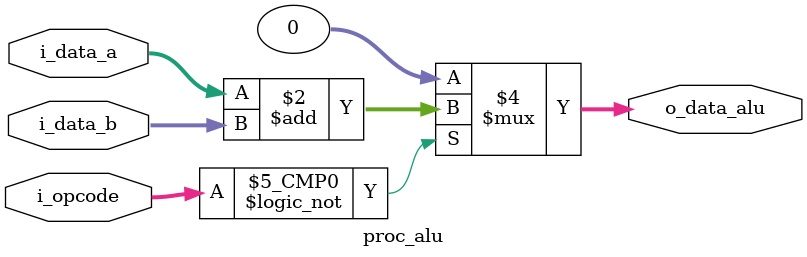
<source format=v>
module proc_alu #(
	parameter DATA_WIDTH = 32,
	parameter ISA_DPTH   = 64
) (
	input  [$clog2(ISA_DPTH)-1:0] i_opcode  ,
	input  [      DATA_WIDTH-1:0] i_data_a  ,
	input  [      DATA_WIDTH-1:0] i_data_b  ,
	output reg [      DATA_WIDTH-1:0] o_data_alu
);

// Alu operations based on op-code
	always@(*) begin
		case(i_opcode)
			64'h0   : o_data_alu = i_data_a + i_data_b ; // ADD
			default : o_data_alu = {DATA_WIDTH{1'b0}} ; // TODO
		endcase
	end
endmodule : proc_alu
</source>
